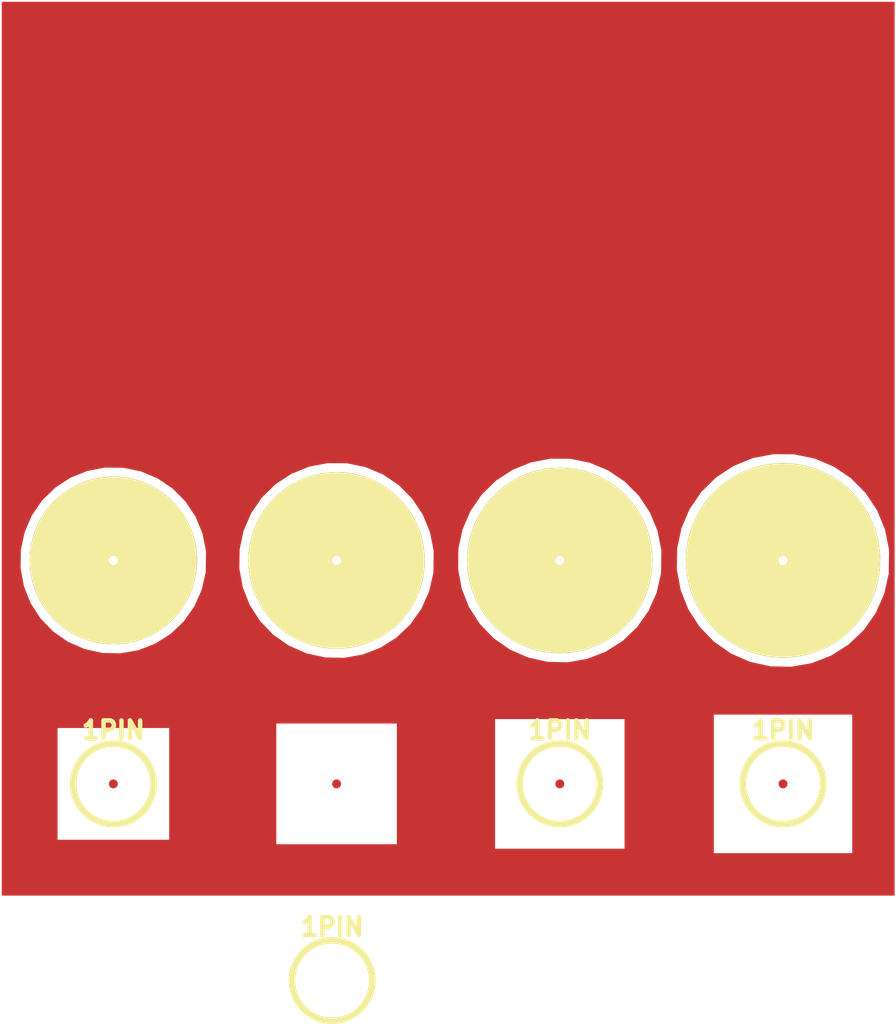
<source format=kicad_pcb>
(kicad_pcb (version 3) (host pcbnew "(2013-07-07 BZR 4022)-stable")

  (general
    (links 0)
    (no_connects 0)
    (area 164.110999 78.258999 215.111001 137.668)
    (thickness 1.6)
    (drawings 8)
    (tracks 0)
    (zones 0)
    (modules 8)
    (nets 1)
  )

  (page A3)
  (layers
    (15 F.Cu signal)
    (0 B.Cu signal hide)
    (16 B.Adhes user hide)
    (17 F.Adhes user hide)
    (18 B.Paste user hide)
    (19 F.Paste user hide)
    (20 B.SilkS user hide)
    (21 F.SilkS user hide)
    (22 B.Mask user hide)
    (23 F.Mask user hide)
    (24 Dwgs.User user hide)
    (25 Cmts.User user)
    (26 Eco1.User user)
    (27 Eco2.User user)
    (28 Edge.Cuts user)
  )

  (setup
    (last_trace_width 0.254)
    (trace_clearance 0.254)
    (zone_clearance 0)
    (zone_45_only yes)
    (trace_min 0.254)
    (segment_width 0.2)
    (edge_width 0.15)
    (via_size 0.889)
    (via_drill 0.635)
    (via_min_size 0.889)
    (via_min_drill 0.508)
    (uvia_size 0.508)
    (uvia_drill 0.127)
    (uvias_allowed no)
    (uvia_min_size 0.508)
    (uvia_min_drill 0.127)
    (pcb_text_width 0.3)
    (pcb_text_size 1.5 1.5)
    (mod_edge_width 0.15)
    (mod_text_size 1.5 1.5)
    (mod_text_width 0.15)
    (pad_size 10.541 10.541)
    (pad_drill 0.508)
    (pad_to_mask_clearance 0.2)
    (aux_axis_origin 0 0)
    (visible_elements 7FFFFF6F)
    (pcbplotparams
      (layerselection 32768)
      (usegerberextensions true)
      (excludeedgelayer true)
      (linewidth 0.152400)
      (plotframeref false)
      (viasonmask false)
      (mode 1)
      (useauxorigin false)
      (hpglpennumber 1)
      (hpglpenspeed 20)
      (hpglpendiameter 15)
      (hpglpenoverlay 2)
      (psnegative false)
      (psa4output false)
      (plotreference true)
      (plotvalue true)
      (plotothertext true)
      (plotinvisibletext false)
      (padsonsilk false)
      (subtractmaskfromsilk false)
      (outputformat 1)
      (mirror false)
      (drillshape 0)
      (scaleselection 1)
      (outputdirectory manufacturing/))
  )

  (net 0 "")

  (net_class Default "This is the default net class."
    (clearance 0.254)
    (trace_width 0.254)
    (via_dia 0.889)
    (via_drill 0.635)
    (uvia_dia 0.508)
    (uvia_drill 0.127)
    (add_net "")
  )

  (module 1pin (layer F.Cu) (tedit 5494A2E1) (tstamp 5494D682)
    (at 183.007 133.985)
    (descr "module 1 pin (ou trou mecanique de percage)")
    (tags DEV)
    (path 1pin)
    (fp_text reference 1PIN (at 0 -3.048) (layer F.SilkS)
      (effects (font (size 1.016 1.016) (thickness 0.254)))
    )
    (fp_text value P*** (at 0 2.794) (layer F.SilkS) hide
      (effects (font (size 1.016 1.016) (thickness 0.254)))
    )
    (fp_circle (center 0 0) (end 0 -2.286) (layer F.SilkS) (width 0.381))
    (pad 1 smd circle (at 0.254 -11.176) (size 0.508 0.508)
      (layers F.Cu F.Paste F.Mask)
    )
  )

  (module 1pin (layer F.Cu) (tedit 5494A356) (tstamp 5494D6AD)
    (at 195.961 122.809)
    (descr "module 1 pin (ou trou mecanique de percage)")
    (tags DEV)
    (path 1pin)
    (fp_text reference 1PIN (at 0 -3.048) (layer F.SilkS)
      (effects (font (size 1.016 1.016) (thickness 0.254)))
    )
    (fp_text value P*** (at 0 2.794) (layer F.SilkS) hide
      (effects (font (size 1.016 1.016) (thickness 0.254)))
    )
    (fp_circle (center 0 0) (end 0 -2.286) (layer F.SilkS) (width 0.381))
    (pad 1 smd circle (at 0 0) (size 0.508 0.508)
      (layers F.Cu F.Paste F.Mask)
    )
  )

  (module 1pin (layer F.Cu) (tedit 5494A35B) (tstamp 5494D6B8)
    (at 208.661 122.809)
    (descr "module 1 pin (ou trou mecanique de percage)")
    (tags DEV)
    (path 1pin)
    (fp_text reference 1PIN (at 0 -3.048) (layer F.SilkS)
      (effects (font (size 1.016 1.016) (thickness 0.254)))
    )
    (fp_text value P*** (at 0 2.794) (layer F.SilkS) hide
      (effects (font (size 1.016 1.016) (thickness 0.254)))
    )
    (fp_circle (center 0 0) (end 0 -2.286) (layer F.SilkS) (width 0.381))
    (pad 1 smd circle (at 0 0) (size 0.508 0.508)
      (layers F.Cu F.Paste F.Mask)
    )
  )

  (module 1pin (layer F.Cu) (tedit 5494AC5E) (tstamp 5494D6DB)
    (at 170.561 122.809)
    (descr "module 1 pin (ou trou mecanique de percage)")
    (tags DEV)
    (path 1pin)
    (fp_text reference 1PIN (at 0 -3.048) (layer F.SilkS)
      (effects (font (size 1.016 1.016) (thickness 0.254)))
    )
    (fp_text value P*** (at 0 2.794) (layer F.SilkS) hide
      (effects (font (size 1.016 1.016) (thickness 0.254)))
    )
    (fp_circle (center 0 0) (end 0 -2.286) (layer F.SilkS) (width 0.381))
    (pad 1 smd circle (at 0 0) (size 0.508 0.508)
      (layers F.Cu F.Paste F.Mask)
    )
  )

  (module 1pin (layer F.Cu) (tedit 5494BEFA) (tstamp 5494D6E6)
    (at 170.561 110.109)
    (descr "module 1 pin (ou trou mecanique de percage)")
    (tags DEV)
    (path 1pin)
    (fp_text reference 1PIN (at 0 -3.048) (layer F.SilkS)
      (effects (font (size 1.016 1.016) (thickness 0.254)))
    )
    (fp_text value P*** (at 0 2.794) (layer F.SilkS) hide
      (effects (font (size 1.016 1.016) (thickness 0.254)))
    )
    (fp_circle (center 0 0) (end 0 -2.286) (layer F.SilkS) (width 0.381))
    (pad 1 thru_hole circle (at 0 0) (size 9.525 9.525) (drill 0.508)
      (layers *.Cu *.Mask F.SilkS)
      (clearance 0.508)
      (thermal_gap 0.508)
    )
  )

  (module 1pin (layer F.Cu) (tedit 5494C066) (tstamp 5494D6F1)
    (at 183.261 110.109)
    (descr "module 1 pin (ou trou mecanique de percage)")
    (tags DEV)
    (path 1pin)
    (fp_text reference 1PIN (at 0 -3.048) (layer F.SilkS)
      (effects (font (size 1.016 1.016) (thickness 0.254)))
    )
    (fp_text value P*** (at 0 2.794) (layer F.SilkS) hide
      (effects (font (size 1.016 1.016) (thickness 0.254)))
    )
    (fp_circle (center 0 0) (end 0 -2.286) (layer F.SilkS) (width 0.381))
    (pad 1 thru_hole circle (at 0 0) (size 10.033 10.033) (drill 0.508)
      (layers *.Cu *.Mask F.SilkS)
      (clearance 0.508)
      (thermal_gap 0.508)
    )
  )

  (module 1pin (layer F.Cu) (tedit 5494C076) (tstamp 5494D839)
    (at 195.961 110.109)
    (descr "module 1 pin (ou trou mecanique de percage)")
    (tags DEV)
    (path 1pin)
    (fp_text reference 1PIN (at 0 -3.048) (layer F.SilkS)
      (effects (font (size 1.016 1.016) (thickness 0.254)))
    )
    (fp_text value P*** (at 0 2.794) (layer F.SilkS) hide
      (effects (font (size 1.016 1.016) (thickness 0.254)))
    )
    (fp_circle (center 0 0) (end 0 -2.286) (layer F.SilkS) (width 0.381))
    (pad 1 thru_hole circle (at 0 0) (size 10.541 10.541) (drill 0.508)
      (layers *.Cu *.Mask F.SilkS)
      (clearance 0.508)
      (thermal_gap 0.508)
    )
  )

  (module 1pin (layer F.Cu) (tedit 5494C080) (tstamp 5494D707)
    (at 208.661 110.109)
    (descr "module 1 pin (ou trou mecanique de percage)")
    (tags DEV)
    (path 1pin)
    (fp_text reference 1PIN (at 0 -3.048) (layer F.SilkS)
      (effects (font (size 1.016 1.016) (thickness 0.254)))
    )
    (fp_text value P*** (at 0 2.794) (layer F.SilkS) hide
      (effects (font (size 1.016 1.016) (thickness 0.254)))
    )
    (fp_circle (center 0 0) (end 0 -2.286) (layer F.SilkS) (width 0.381))
    (pad 1 thru_hole circle (at 0 0) (size 11.049 11.049) (drill 0.508)
      (layers *.Cu *.Mask F.SilkS)
      (clearance 0.508)
      (thermal_gap 0.508)
    )
  )

  (gr_line (start 189.611 78.359) (end 189.611 103.759) (angle 90) (layer Cmts.User) (width 0.2))
  (gr_line (start 202.311 103.759) (end 202.311 129.159) (angle 90) (layer Cmts.User) (width 0.2))
  (gr_line (start 189.611 103.759) (end 189.611 129.159) (angle 90) (layer Cmts.User) (width 0.2))
  (gr_line (start 176.911 103.759) (end 176.911 129.159) (angle 90) (layer Cmts.User) (width 0.2))
  (gr_line (start 164.211 103.759) (end 215.011 103.759) (angle 90) (layer Cmts.User) (width 0.2))
  (gr_line (start 164.211 116.459) (end 215.011 116.459) (angle 90) (layer Cmts.User) (width 0.2))
  (gr_circle (center 170.561 122.809) (end 176.911 122.809) (layer Cmts.User) (width 0.2))
  (gr_circle (center 170.561 122.809) (end 176.276 122.809) (layer Cmts.User) (width 0.2))

  (zone (net 0) (net_name "") (layer Dwgs.User) (tstamp 54935B9B) (hatch edge 0.508)
    (connect_pads (clearance 0.508))
    (min_thickness 0.0254)
    (fill (arc_segments 16) (thermal_gap 0.508) (thermal_bridge_width 0.508))
    (polygon
      (pts
        (xy 173.736 125.984) (xy 167.386 125.984) (xy 167.386 119.634) (xy 173.736 119.634)
      )
    )
    (filled_polygon
      (pts
        (xy 173.7233 125.9713) (xy 167.3987 125.9713) (xy 167.3987 119.6467) (xy 173.7233 119.6467) (xy 173.7233 125.9713)
      )
    )
  )
  (zone (net 0) (net_name "") (layer F.Cu) (tstamp 5494D751) (hatch edge 0.508)
    (connect_pads (clearance 0.254))
    (min_thickness 0.0254)
    (keepout (tracks not_allowed) (vias not_allowed) (copperpour not_allowed))
    (fill (arc_segments 16) (thermal_gap 0.254) (thermal_bridge_width 0.254))
    (polygon
      (pts
        (xy 173.736 125.984) (xy 167.386 125.984) (xy 167.386 119.634) (xy 173.736 119.634)
      )
    )
  )
  (zone (net 0) (net_name "") (layer F.Cu) (tstamp 5494D753) (hatch edge 0.508)
    (connect_pads (clearance 0.254))
    (min_thickness 0.0254)
    (keepout (tracks not_allowed) (vias not_allowed) (copperpour not_allowed))
    (fill (arc_segments 16) (thermal_gap 0.254) (thermal_bridge_width 0.254))
    (polygon
      (pts
        (xy 186.69 126.238) (xy 179.832 126.238) (xy 179.832 119.38) (xy 186.69 119.38)
      )
    )
  )
  (zone (net 0) (net_name "") (layer F.Cu) (tstamp 5494D757) (hatch edge 0.508)
    (connect_pads (clearance 0.254))
    (min_thickness 0.0254)
    (keepout (tracks not_allowed) (vias not_allowed) (copperpour not_allowed))
    (fill (arc_segments 16) (thermal_gap 0.254) (thermal_bridge_width 0.254))
    (polygon
      (pts
        (xy 199.644 126.492) (xy 192.278 126.492) (xy 192.278 119.126) (xy 199.644 119.126)
      )
    )
  )
  (zone (net 0) (net_name "") (layer F.Cu) (tstamp 5494D75D) (hatch edge 0.508)
    (connect_pads (clearance 0.254))
    (min_thickness 0.0254)
    (keepout (tracks not_allowed) (vias not_allowed) (copperpour not_allowed))
    (fill (arc_segments 16) (thermal_gap 0.254) (thermal_bridge_width 0.254))
    (polygon
      (pts
        (xy 212.598 126.746) (xy 204.724 126.746) (xy 204.724 118.872) (xy 212.598 118.872)
      )
    )
  )
  (zone (net 0) (net_name "") (layer F.Cu) (tstamp 5494D840) (hatch edge 0.508)
    (connect_pads no (clearance 0.508))
    (min_thickness 0.0254)
    (fill (arc_segments 32) (thermal_gap 0.254) (thermal_bridge_width 0.508))
    (polygon
      (pts
        (xy 215.011 129.159) (xy 164.211 129.159) (xy 164.211 78.359) (xy 215.011 78.359)
      )
    )
    (filled_polygon
      (pts
        (xy 214.9983 129.1463) (xy 214.706459 129.1463) (xy 214.706459 109.516238) (xy 214.476189 108.353291) (xy 214.024421 107.257218)
        (xy 213.368362 106.26977) (xy 212.533 105.428556) (xy 211.550155 104.765619) (xy 210.457264 104.306209) (xy 209.295953 104.067826)
        (xy 208.110457 104.05955) (xy 206.945931 104.281695) (xy 205.846731 104.725801) (xy 204.854726 105.37495) (xy 204.007701 106.204419)
        (xy 203.337919 107.182611) (xy 202.870891 108.272269) (xy 202.624406 109.431888) (xy 202.607854 110.617297) (xy 202.821864 111.783345)
        (xy 203.258285 112.885619) (xy 203.900493 113.882131) (xy 204.724028 114.734926) (xy 205.697521 115.411522) (xy 206.783892 115.886145)
        (xy 207.941761 116.140719) (xy 209.127026 116.165547) (xy 210.29454 115.959683) (xy 211.399833 115.530968) (xy 212.400805 114.895732)
        (xy 213.259329 114.078171) (xy 213.942703 113.109425) (xy 214.4249 112.026394) (xy 214.687551 110.87033) (xy 214.706459 109.516238)
        (xy 214.706459 129.1463) (xy 212.6107 129.1463) (xy 212.6107 126.7587) (xy 212.6107 118.8593) (xy 204.7113 118.8593)
        (xy 204.7113 126.7587) (xy 212.6107 126.7587) (xy 212.6107 129.1463) (xy 201.752448 129.1463) (xy 201.752448 109.541144)
        (xy 201.531854 108.42706) (xy 201.099067 107.377041) (xy 200.470573 106.431082) (xy 199.670311 105.625213) (xy 198.728762 104.990131)
        (xy 197.68179 104.550024) (xy 196.569274 104.321657) (xy 195.433589 104.313729) (xy 194.317993 104.52654) (xy 193.264978 104.951986)
        (xy 192.314654 105.57386) (xy 191.503218 106.368477) (xy 190.861578 107.305569) (xy 190.414173 108.349443) (xy 190.178045 109.460338)
        (xy 190.162188 110.59594) (xy 190.367206 111.712995) (xy 190.78529 112.768954) (xy 191.400515 113.723596) (xy 192.189447 114.54056)
        (xy 193.122037 115.188726) (xy 194.162762 115.643408) (xy 195.271981 115.887286) (xy 196.407445 115.91107) (xy 197.525904 115.713856)
        (xy 198.584756 115.303154) (xy 199.54367 114.694609) (xy 200.366122 113.911399) (xy 201.020783 112.983357) (xy 201.482719 111.945832)
        (xy 201.734335 110.838342) (xy 201.752448 109.541144) (xy 201.752448 129.1463) (xy 199.6567 129.1463) (xy 199.6567 126.5047)
        (xy 199.6567 119.1133) (xy 192.2653 119.1133) (xy 192.2653 126.5047) (xy 199.6567 126.5047) (xy 199.6567 129.1463)
        (xy 188.798437 129.1463) (xy 188.798437 109.56605) (xy 188.587518 108.500829) (xy 188.173713 107.496864) (xy 187.572785 106.592394)
        (xy 186.807622 105.82187) (xy 185.907369 105.214642) (xy 184.906317 104.793839) (xy 183.842596 104.575488) (xy 182.756721 104.567907)
        (xy 181.690054 104.771385) (xy 180.683225 105.17817) (xy 179.774581 105.77277) (xy 178.998735 106.532535) (xy 178.385237 107.428526)
        (xy 177.957455 108.426616) (xy 177.731683 109.488788) (xy 177.716522 110.574583) (xy 177.912548 111.642644) (xy 178.312294 112.652289)
        (xy 178.900536 113.565061) (xy 179.654866 114.346193) (xy 180.546553 114.965931) (xy 181.541632 115.400671) (xy 182.602201 115.633852)
        (xy 183.687864 115.656594) (xy 184.757268 115.468029) (xy 185.769679 115.07534) (xy 186.686536 114.493486) (xy 187.472914 113.744627)
        (xy 188.098863 112.857289) (xy 188.540539 111.865269) (xy 188.781118 110.806353) (xy 188.798437 109.56605) (xy 188.798437 129.1463)
        (xy 186.7027 129.1463) (xy 186.7027 126.2507) (xy 186.7027 119.3673) (xy 179.8193 119.3673) (xy 179.8193 126.2507)
        (xy 186.7027 126.2507) (xy 186.7027 129.1463) (xy 175.844426 129.1463) (xy 175.844426 109.590956) (xy 175.643182 108.574599)
        (xy 175.24836 107.616687) (xy 174.674997 106.753706) (xy 173.944933 106.018528) (xy 173.085976 105.439154) (xy 172.130844 105.037654)
        (xy 171.115917 104.829319) (xy 170.079853 104.822086) (xy 169.062116 105.016229) (xy 168.101471 105.404355) (xy 167.234509 105.971679)
        (xy 166.494252 106.696593) (xy 165.908896 107.551484) (xy 165.500737 108.50379) (xy 165.285322 109.517238) (xy 165.270856 110.553226)
        (xy 165.457889 111.572293) (xy 165.839299 112.535625) (xy 166.400557 113.406526) (xy 167.120285 114.151826) (xy 167.971069 114.743136)
        (xy 168.920502 115.157934) (xy 169.932421 115.380419) (xy 170.968283 115.402117) (xy 171.988632 115.222202) (xy 172.954602 114.847527)
        (xy 173.829401 114.292362) (xy 174.579707 113.577855) (xy 175.176943 112.73122) (xy 175.598358 111.784706) (xy 175.827902 110.774364)
        (xy 175.844426 109.590956) (xy 175.844426 129.1463) (xy 173.7487 129.1463) (xy 173.7487 125.9967) (xy 173.7487 119.6213)
        (xy 167.3733 119.6213) (xy 167.3733 125.9967) (xy 173.7487 125.9967) (xy 173.7487 129.1463) (xy 164.2237 129.1463)
        (xy 164.2237 78.3717) (xy 214.9983 78.3717) (xy 214.9983 129.1463)
      )
    )
  )
)

</source>
